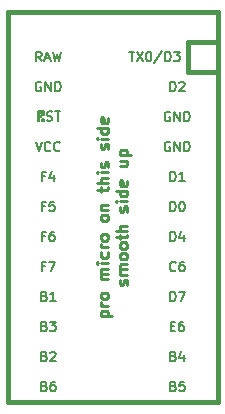
<source format=gto>
G04 #@! TF.GenerationSoftware,KiCad,Pcbnew,(6.0.0-0)*
G04 #@! TF.CreationDate,2022-03-08T07:19:15-08:00*
G04 #@! TF.ProjectId,unisplit_orthosteno,756e6973-706c-4697-945f-6f7274686f73,rev?*
G04 #@! TF.SameCoordinates,Original*
G04 #@! TF.FileFunction,Legend,Top*
G04 #@! TF.FilePolarity,Positive*
%FSLAX46Y46*%
G04 Gerber Fmt 4.6, Leading zero omitted, Abs format (unit mm)*
G04 Created by KiCad (PCBNEW (6.0.0-0)) date 2022-03-08 07:19:15*
%MOMM*%
%LPD*%
G01*
G04 APERTURE LIST*
G04 Aperture macros list*
%AMHorizOval*
0 Thick line with rounded ends*
0 $1 width*
0 $2 $3 position (X,Y) of the first rounded end (center of the circle)*
0 $4 $5 position (X,Y) of the second rounded end (center of the circle)*
0 Add line between two ends*
20,1,$1,$2,$3,$4,$5,0*
0 Add two circle primitives to create the rounded ends*
1,1,$1,$2,$3*
1,1,$1,$4,$5*%
G04 Aperture macros list end*
%ADD10C,0.250000*%
%ADD11C,0.150000*%
%ADD12C,0.381000*%
%ADD13R,1.752600X1.752600*%
%ADD14C,1.752600*%
%ADD15C,0.500000*%
%ADD16C,1.700000*%
%ADD17C,3.987800*%
%ADD18C,1.200000*%
%ADD19C,1.750000*%
%ADD20HorizOval,2.250000X0.019771X0.290016X-0.019771X-0.290016X0*%
%ADD21C,2.000000*%
%ADD22C,2.250000*%
%ADD23HorizOval,2.250000X0.654995X0.730004X-0.654995X-0.730004X0*%
%ADD24C,3.800000*%
G04 APERTURE END LIST*
D10*
X141061964Y-87779761D02*
X142061964Y-87779761D01*
X141109583Y-87779761D02*
X141061964Y-87684523D01*
X141061964Y-87494047D01*
X141109583Y-87398809D01*
X141157202Y-87351190D01*
X141252440Y-87303571D01*
X141538154Y-87303571D01*
X141633392Y-87351190D01*
X141681011Y-87398809D01*
X141728630Y-87494047D01*
X141728630Y-87684523D01*
X141681011Y-87779761D01*
X141728630Y-86875000D02*
X141061964Y-86875000D01*
X141252440Y-86875000D02*
X141157202Y-86827380D01*
X141109583Y-86779761D01*
X141061964Y-86684523D01*
X141061964Y-86589285D01*
X141728630Y-86113095D02*
X141681011Y-86208333D01*
X141633392Y-86255952D01*
X141538154Y-86303571D01*
X141252440Y-86303571D01*
X141157202Y-86255952D01*
X141109583Y-86208333D01*
X141061964Y-86113095D01*
X141061964Y-85970238D01*
X141109583Y-85875000D01*
X141157202Y-85827380D01*
X141252440Y-85779761D01*
X141538154Y-85779761D01*
X141633392Y-85827380D01*
X141681011Y-85875000D01*
X141728630Y-85970238D01*
X141728630Y-86113095D01*
X141728630Y-84589285D02*
X141061964Y-84589285D01*
X141157202Y-84589285D02*
X141109583Y-84541666D01*
X141061964Y-84446428D01*
X141061964Y-84303571D01*
X141109583Y-84208333D01*
X141204821Y-84160714D01*
X141728630Y-84160714D01*
X141204821Y-84160714D02*
X141109583Y-84113095D01*
X141061964Y-84017857D01*
X141061964Y-83875000D01*
X141109583Y-83779761D01*
X141204821Y-83732142D01*
X141728630Y-83732142D01*
X141728630Y-83255952D02*
X141061964Y-83255952D01*
X140728630Y-83255952D02*
X140776250Y-83303571D01*
X140823869Y-83255952D01*
X140776250Y-83208333D01*
X140728630Y-83255952D01*
X140823869Y-83255952D01*
X141681011Y-82351190D02*
X141728630Y-82446428D01*
X141728630Y-82636904D01*
X141681011Y-82732142D01*
X141633392Y-82779761D01*
X141538154Y-82827380D01*
X141252440Y-82827380D01*
X141157202Y-82779761D01*
X141109583Y-82732142D01*
X141061964Y-82636904D01*
X141061964Y-82446428D01*
X141109583Y-82351190D01*
X141728630Y-81922619D02*
X141061964Y-81922619D01*
X141252440Y-81922619D02*
X141157202Y-81875000D01*
X141109583Y-81827380D01*
X141061964Y-81732142D01*
X141061964Y-81636904D01*
X141728630Y-81160714D02*
X141681011Y-81255952D01*
X141633392Y-81303571D01*
X141538154Y-81351190D01*
X141252440Y-81351190D01*
X141157202Y-81303571D01*
X141109583Y-81255952D01*
X141061964Y-81160714D01*
X141061964Y-81017857D01*
X141109583Y-80922619D01*
X141157202Y-80875000D01*
X141252440Y-80827380D01*
X141538154Y-80827380D01*
X141633392Y-80875000D01*
X141681011Y-80922619D01*
X141728630Y-81017857D01*
X141728630Y-81160714D01*
X141728630Y-79494047D02*
X141681011Y-79589285D01*
X141633392Y-79636904D01*
X141538154Y-79684523D01*
X141252440Y-79684523D01*
X141157202Y-79636904D01*
X141109583Y-79589285D01*
X141061964Y-79494047D01*
X141061964Y-79351190D01*
X141109583Y-79255952D01*
X141157202Y-79208333D01*
X141252440Y-79160714D01*
X141538154Y-79160714D01*
X141633392Y-79208333D01*
X141681011Y-79255952D01*
X141728630Y-79351190D01*
X141728630Y-79494047D01*
X141061964Y-78732142D02*
X141728630Y-78732142D01*
X141157202Y-78732142D02*
X141109583Y-78684523D01*
X141061964Y-78589285D01*
X141061964Y-78446428D01*
X141109583Y-78351190D01*
X141204821Y-78303571D01*
X141728630Y-78303571D01*
X141061964Y-77208333D02*
X141061964Y-76827380D01*
X140728630Y-77065476D02*
X141585773Y-77065476D01*
X141681011Y-77017857D01*
X141728630Y-76922619D01*
X141728630Y-76827380D01*
X141728630Y-76494047D02*
X140728630Y-76494047D01*
X141728630Y-76065476D02*
X141204821Y-76065476D01*
X141109583Y-76113095D01*
X141061964Y-76208333D01*
X141061964Y-76351190D01*
X141109583Y-76446428D01*
X141157202Y-76494047D01*
X141728630Y-75589285D02*
X141061964Y-75589285D01*
X140728630Y-75589285D02*
X140776250Y-75636904D01*
X140823869Y-75589285D01*
X140776250Y-75541666D01*
X140728630Y-75589285D01*
X140823869Y-75589285D01*
X141681011Y-75160714D02*
X141728630Y-75065476D01*
X141728630Y-74875000D01*
X141681011Y-74779761D01*
X141585773Y-74732142D01*
X141538154Y-74732142D01*
X141442916Y-74779761D01*
X141395297Y-74875000D01*
X141395297Y-75017857D01*
X141347678Y-75113095D01*
X141252440Y-75160714D01*
X141204821Y-75160714D01*
X141109583Y-75113095D01*
X141061964Y-75017857D01*
X141061964Y-74875000D01*
X141109583Y-74779761D01*
X141681011Y-73589285D02*
X141728630Y-73494047D01*
X141728630Y-73303571D01*
X141681011Y-73208333D01*
X141585773Y-73160714D01*
X141538154Y-73160714D01*
X141442916Y-73208333D01*
X141395297Y-73303571D01*
X141395297Y-73446428D01*
X141347678Y-73541666D01*
X141252440Y-73589285D01*
X141204821Y-73589285D01*
X141109583Y-73541666D01*
X141061964Y-73446428D01*
X141061964Y-73303571D01*
X141109583Y-73208333D01*
X141728630Y-72732142D02*
X141061964Y-72732142D01*
X140728630Y-72732142D02*
X140776250Y-72779761D01*
X140823869Y-72732142D01*
X140776250Y-72684523D01*
X140728630Y-72732142D01*
X140823869Y-72732142D01*
X141728630Y-71827380D02*
X140728630Y-71827380D01*
X141681011Y-71827380D02*
X141728630Y-71922619D01*
X141728630Y-72113095D01*
X141681011Y-72208333D01*
X141633392Y-72255952D01*
X141538154Y-72303571D01*
X141252440Y-72303571D01*
X141157202Y-72255952D01*
X141109583Y-72208333D01*
X141061964Y-72113095D01*
X141061964Y-71922619D01*
X141109583Y-71827380D01*
X141681011Y-70970238D02*
X141728630Y-71065476D01*
X141728630Y-71255952D01*
X141681011Y-71351190D01*
X141585773Y-71398809D01*
X141204821Y-71398809D01*
X141109583Y-71351190D01*
X141061964Y-71255952D01*
X141061964Y-71065476D01*
X141109583Y-70970238D01*
X141204821Y-70922619D01*
X141300059Y-70922619D01*
X141395297Y-71398809D01*
X143291011Y-85089285D02*
X143338630Y-84994047D01*
X143338630Y-84803571D01*
X143291011Y-84708333D01*
X143195773Y-84660714D01*
X143148154Y-84660714D01*
X143052916Y-84708333D01*
X143005297Y-84803571D01*
X143005297Y-84946428D01*
X142957678Y-85041666D01*
X142862440Y-85089285D01*
X142814821Y-85089285D01*
X142719583Y-85041666D01*
X142671964Y-84946428D01*
X142671964Y-84803571D01*
X142719583Y-84708333D01*
X143338630Y-84232142D02*
X142671964Y-84232142D01*
X142767202Y-84232142D02*
X142719583Y-84184523D01*
X142671964Y-84089285D01*
X142671964Y-83946428D01*
X142719583Y-83851190D01*
X142814821Y-83803571D01*
X143338630Y-83803571D01*
X142814821Y-83803571D02*
X142719583Y-83755952D01*
X142671964Y-83660714D01*
X142671964Y-83517857D01*
X142719583Y-83422619D01*
X142814821Y-83375000D01*
X143338630Y-83375000D01*
X143338630Y-82755952D02*
X143291011Y-82851190D01*
X143243392Y-82898809D01*
X143148154Y-82946428D01*
X142862440Y-82946428D01*
X142767202Y-82898809D01*
X142719583Y-82851190D01*
X142671964Y-82755952D01*
X142671964Y-82613095D01*
X142719583Y-82517857D01*
X142767202Y-82470238D01*
X142862440Y-82422619D01*
X143148154Y-82422619D01*
X143243392Y-82470238D01*
X143291011Y-82517857D01*
X143338630Y-82613095D01*
X143338630Y-82755952D01*
X143338630Y-81851190D02*
X143291011Y-81946428D01*
X143243392Y-81994047D01*
X143148154Y-82041666D01*
X142862440Y-82041666D01*
X142767202Y-81994047D01*
X142719583Y-81946428D01*
X142671964Y-81851190D01*
X142671964Y-81708333D01*
X142719583Y-81613095D01*
X142767202Y-81565476D01*
X142862440Y-81517857D01*
X143148154Y-81517857D01*
X143243392Y-81565476D01*
X143291011Y-81613095D01*
X143338630Y-81708333D01*
X143338630Y-81851190D01*
X142671964Y-81232142D02*
X142671964Y-80851190D01*
X142338630Y-81089285D02*
X143195773Y-81089285D01*
X143291011Y-81041666D01*
X143338630Y-80946428D01*
X143338630Y-80851190D01*
X143338630Y-80517857D02*
X142338630Y-80517857D01*
X143338630Y-80089285D02*
X142814821Y-80089285D01*
X142719583Y-80136904D01*
X142671964Y-80232142D01*
X142671964Y-80375000D01*
X142719583Y-80470238D01*
X142767202Y-80517857D01*
X143291011Y-78898809D02*
X143338630Y-78803571D01*
X143338630Y-78613095D01*
X143291011Y-78517857D01*
X143195773Y-78470238D01*
X143148154Y-78470238D01*
X143052916Y-78517857D01*
X143005297Y-78613095D01*
X143005297Y-78755952D01*
X142957678Y-78851190D01*
X142862440Y-78898809D01*
X142814821Y-78898809D01*
X142719583Y-78851190D01*
X142671964Y-78755952D01*
X142671964Y-78613095D01*
X142719583Y-78517857D01*
X143338630Y-78041666D02*
X142671964Y-78041666D01*
X142338630Y-78041666D02*
X142386250Y-78089285D01*
X142433869Y-78041666D01*
X142386250Y-77994047D01*
X142338630Y-78041666D01*
X142433869Y-78041666D01*
X143338630Y-77136904D02*
X142338630Y-77136904D01*
X143291011Y-77136904D02*
X143338630Y-77232142D01*
X143338630Y-77422619D01*
X143291011Y-77517857D01*
X143243392Y-77565476D01*
X143148154Y-77613095D01*
X142862440Y-77613095D01*
X142767202Y-77565476D01*
X142719583Y-77517857D01*
X142671964Y-77422619D01*
X142671964Y-77232142D01*
X142719583Y-77136904D01*
X143291011Y-76279761D02*
X143338630Y-76375000D01*
X143338630Y-76565476D01*
X143291011Y-76660714D01*
X143195773Y-76708333D01*
X142814821Y-76708333D01*
X142719583Y-76660714D01*
X142671964Y-76565476D01*
X142671964Y-76375000D01*
X142719583Y-76279761D01*
X142814821Y-76232142D01*
X142910059Y-76232142D01*
X143005297Y-76708333D01*
X142671964Y-74613095D02*
X143338630Y-74613095D01*
X142671964Y-75041666D02*
X143195773Y-75041666D01*
X143291011Y-74994047D01*
X143338630Y-74898809D01*
X143338630Y-74755952D01*
X143291011Y-74660714D01*
X143243392Y-74613095D01*
X142671964Y-74136904D02*
X143671964Y-74136904D01*
X142719583Y-74136904D02*
X142671964Y-74041666D01*
X142671964Y-73851190D01*
X142719583Y-73755952D01*
X142767202Y-73708333D01*
X142862440Y-73660714D01*
X143148154Y-73660714D01*
X143243392Y-73708333D01*
X143291011Y-73755952D01*
X143338630Y-73851190D01*
X143338630Y-74041666D01*
X143291011Y-74136904D01*
D11*
X136296440Y-88607107D02*
X136410726Y-88645202D01*
X136448821Y-88683297D01*
X136486916Y-88759488D01*
X136486916Y-88873773D01*
X136448821Y-88949964D01*
X136410726Y-88988059D01*
X136334535Y-89026154D01*
X136029773Y-89026154D01*
X136029773Y-88226154D01*
X136296440Y-88226154D01*
X136372630Y-88264250D01*
X136410726Y-88302345D01*
X136448821Y-88378535D01*
X136448821Y-88454726D01*
X136410726Y-88530916D01*
X136372630Y-88569011D01*
X136296440Y-88607107D01*
X136029773Y-88607107D01*
X136753583Y-88226154D02*
X137248821Y-88226154D01*
X136982154Y-88530916D01*
X137096440Y-88530916D01*
X137172630Y-88569011D01*
X137210726Y-88607107D01*
X137248821Y-88683297D01*
X137248821Y-88873773D01*
X137210726Y-88949964D01*
X137172630Y-88988059D01*
X137096440Y-89026154D01*
X136867869Y-89026154D01*
X136791678Y-88988059D01*
X136753583Y-88949964D01*
X136353583Y-78447107D02*
X136086916Y-78447107D01*
X136086916Y-78866154D02*
X136086916Y-78066154D01*
X136467869Y-78066154D01*
X137153583Y-78066154D02*
X136772630Y-78066154D01*
X136734535Y-78447107D01*
X136772630Y-78409011D01*
X136848821Y-78370916D01*
X137039297Y-78370916D01*
X137115488Y-78409011D01*
X137153583Y-78447107D01*
X137191678Y-78523297D01*
X137191678Y-78713773D01*
X137153583Y-78789964D01*
X137115488Y-78828059D01*
X137039297Y-78866154D01*
X136848821Y-78866154D01*
X136772630Y-78828059D01*
X136734535Y-78789964D01*
X136067869Y-66166154D02*
X135801202Y-65785202D01*
X135610726Y-66166154D02*
X135610726Y-65366154D01*
X135915488Y-65366154D01*
X135991678Y-65404250D01*
X136029773Y-65442345D01*
X136067869Y-65518535D01*
X136067869Y-65632821D01*
X136029773Y-65709011D01*
X135991678Y-65747107D01*
X135915488Y-65785202D01*
X135610726Y-65785202D01*
X136372630Y-65937583D02*
X136753583Y-65937583D01*
X136296440Y-66166154D02*
X136563107Y-65366154D01*
X136829773Y-66166154D01*
X137020250Y-65366154D02*
X137210726Y-66166154D01*
X137363107Y-65594726D01*
X137515488Y-66166154D01*
X137705964Y-65366154D01*
X143462645Y-65366154D02*
X143919788Y-65366154D01*
X143691217Y-66166154D02*
X143691217Y-65366154D01*
X144110264Y-65366154D02*
X144643598Y-66166154D01*
X144643598Y-65366154D02*
X144110264Y-66166154D01*
X145100741Y-65366154D02*
X145176931Y-65366154D01*
X145253122Y-65404250D01*
X145291217Y-65442345D01*
X145329312Y-65518535D01*
X145367407Y-65670916D01*
X145367407Y-65861392D01*
X145329312Y-66013773D01*
X145291217Y-66089964D01*
X145253122Y-66128059D01*
X145176931Y-66166154D01*
X145100741Y-66166154D01*
X145024550Y-66128059D01*
X144986455Y-66089964D01*
X144948360Y-66013773D01*
X144910264Y-65861392D01*
X144910264Y-65670916D01*
X144948360Y-65518535D01*
X144986455Y-65442345D01*
X145024550Y-65404250D01*
X145100741Y-65366154D01*
X146281693Y-65328059D02*
X145595979Y-66356630D01*
X146548360Y-66166154D02*
X146548360Y-65366154D01*
X146738836Y-65366154D01*
X146853122Y-65404250D01*
X146929312Y-65480440D01*
X146967407Y-65556630D01*
X147005502Y-65709011D01*
X147005502Y-65823297D01*
X146967407Y-65975678D01*
X146929312Y-66051869D01*
X146853122Y-66128059D01*
X146738836Y-66166154D01*
X146548360Y-66166154D01*
X147272169Y-65366154D02*
X147767407Y-65366154D01*
X147500741Y-65670916D01*
X147615026Y-65670916D01*
X147691217Y-65709011D01*
X147729312Y-65747107D01*
X147767407Y-65823297D01*
X147767407Y-66013773D01*
X147729312Y-66089964D01*
X147691217Y-66128059D01*
X147615026Y-66166154D01*
X147386455Y-66166154D01*
X147310264Y-66128059D01*
X147272169Y-66089964D01*
X136353583Y-75907107D02*
X136086916Y-75907107D01*
X136086916Y-76326154D02*
X136086916Y-75526154D01*
X136467869Y-75526154D01*
X137115488Y-75792821D02*
X137115488Y-76326154D01*
X136925011Y-75488059D02*
X136734535Y-76059488D01*
X137229773Y-76059488D01*
X136353583Y-80987107D02*
X136086916Y-80987107D01*
X136086916Y-81406154D02*
X136086916Y-80606154D01*
X136467869Y-80606154D01*
X137115488Y-80606154D02*
X136963107Y-80606154D01*
X136886916Y-80644250D01*
X136848821Y-80682345D01*
X136772630Y-80796630D01*
X136734535Y-80949011D01*
X136734535Y-81253773D01*
X136772630Y-81329964D01*
X136810726Y-81368059D01*
X136886916Y-81406154D01*
X137039297Y-81406154D01*
X137115488Y-81368059D01*
X137153583Y-81329964D01*
X137191678Y-81253773D01*
X137191678Y-81063297D01*
X137153583Y-80987107D01*
X137115488Y-80949011D01*
X137039297Y-80910916D01*
X136886916Y-80910916D01*
X136810726Y-80949011D01*
X136772630Y-80987107D01*
X136734535Y-81063297D01*
X146951773Y-76326154D02*
X146951773Y-75526154D01*
X147142250Y-75526154D01*
X147256535Y-75564250D01*
X147332726Y-75640440D01*
X147370821Y-75716630D01*
X147408916Y-75869011D01*
X147408916Y-75983297D01*
X147370821Y-76135678D01*
X147332726Y-76211869D01*
X147256535Y-76288059D01*
X147142250Y-76326154D01*
X146951773Y-76326154D01*
X148170821Y-76326154D02*
X147713678Y-76326154D01*
X147942250Y-76326154D02*
X147942250Y-75526154D01*
X147866059Y-75640440D01*
X147789869Y-75716630D01*
X147713678Y-75754726D01*
X146989869Y-88607107D02*
X147256535Y-88607107D01*
X147370821Y-89026154D02*
X146989869Y-89026154D01*
X146989869Y-88226154D01*
X147370821Y-88226154D01*
X148056535Y-88226154D02*
X147904154Y-88226154D01*
X147827964Y-88264250D01*
X147789869Y-88302345D01*
X147713678Y-88416630D01*
X147675583Y-88569011D01*
X147675583Y-88873773D01*
X147713678Y-88949964D01*
X147751773Y-88988059D01*
X147827964Y-89026154D01*
X147980345Y-89026154D01*
X148056535Y-88988059D01*
X148094630Y-88949964D01*
X148132726Y-88873773D01*
X148132726Y-88683297D01*
X148094630Y-88607107D01*
X148056535Y-88569011D01*
X147980345Y-88530916D01*
X147827964Y-88530916D01*
X147751773Y-88569011D01*
X147713678Y-88607107D01*
X147675583Y-88683297D01*
X135553583Y-72986154D02*
X135820250Y-73786154D01*
X136086916Y-72986154D01*
X136810726Y-73709964D02*
X136772630Y-73748059D01*
X136658345Y-73786154D01*
X136582154Y-73786154D01*
X136467869Y-73748059D01*
X136391678Y-73671869D01*
X136353583Y-73595678D01*
X136315488Y-73443297D01*
X136315488Y-73329011D01*
X136353583Y-73176630D01*
X136391678Y-73100440D01*
X136467869Y-73024250D01*
X136582154Y-72986154D01*
X136658345Y-72986154D01*
X136772630Y-73024250D01*
X136810726Y-73062345D01*
X137610726Y-73709964D02*
X137572630Y-73748059D01*
X137458345Y-73786154D01*
X137382154Y-73786154D01*
X137267869Y-73748059D01*
X137191678Y-73671869D01*
X137153583Y-73595678D01*
X137115488Y-73443297D01*
X137115488Y-73329011D01*
X137153583Y-73176630D01*
X137191678Y-73100440D01*
X137267869Y-73024250D01*
X137382154Y-72986154D01*
X137458345Y-72986154D01*
X137572630Y-73024250D01*
X137610726Y-73062345D01*
X147408916Y-83869964D02*
X147370821Y-83908059D01*
X147256535Y-83946154D01*
X147180345Y-83946154D01*
X147066059Y-83908059D01*
X146989869Y-83831869D01*
X146951773Y-83755678D01*
X146913678Y-83603297D01*
X146913678Y-83489011D01*
X146951773Y-83336630D01*
X146989869Y-83260440D01*
X147066059Y-83184250D01*
X147180345Y-83146154D01*
X147256535Y-83146154D01*
X147370821Y-83184250D01*
X147408916Y-83222345D01*
X148094630Y-83146154D02*
X147942250Y-83146154D01*
X147866059Y-83184250D01*
X147827964Y-83222345D01*
X147751773Y-83336630D01*
X147713678Y-83489011D01*
X147713678Y-83793773D01*
X147751773Y-83869964D01*
X147789869Y-83908059D01*
X147866059Y-83946154D01*
X148018440Y-83946154D01*
X148094630Y-83908059D01*
X148132726Y-83869964D01*
X148170821Y-83793773D01*
X148170821Y-83603297D01*
X148132726Y-83527107D01*
X148094630Y-83489011D01*
X148018440Y-83450916D01*
X147866059Y-83450916D01*
X147789869Y-83489011D01*
X147751773Y-83527107D01*
X147713678Y-83603297D01*
X136296440Y-91147107D02*
X136410726Y-91185202D01*
X136448821Y-91223297D01*
X136486916Y-91299488D01*
X136486916Y-91413773D01*
X136448821Y-91489964D01*
X136410726Y-91528059D01*
X136334535Y-91566154D01*
X136029773Y-91566154D01*
X136029773Y-90766154D01*
X136296440Y-90766154D01*
X136372630Y-90804250D01*
X136410726Y-90842345D01*
X136448821Y-90918535D01*
X136448821Y-90994726D01*
X136410726Y-91070916D01*
X136372630Y-91109011D01*
X136296440Y-91147107D01*
X136029773Y-91147107D01*
X136791678Y-90842345D02*
X136829773Y-90804250D01*
X136905964Y-90766154D01*
X137096440Y-90766154D01*
X137172630Y-90804250D01*
X137210726Y-90842345D01*
X137248821Y-90918535D01*
X137248821Y-90994726D01*
X137210726Y-91109011D01*
X136753583Y-91566154D01*
X137248821Y-91566154D01*
X146932726Y-73024250D02*
X146856535Y-72986154D01*
X146742250Y-72986154D01*
X146627964Y-73024250D01*
X146551773Y-73100440D01*
X146513678Y-73176630D01*
X146475583Y-73329011D01*
X146475583Y-73443297D01*
X146513678Y-73595678D01*
X146551773Y-73671869D01*
X146627964Y-73748059D01*
X146742250Y-73786154D01*
X146818440Y-73786154D01*
X146932726Y-73748059D01*
X146970821Y-73709964D01*
X146970821Y-73443297D01*
X146818440Y-73443297D01*
X147313678Y-73786154D02*
X147313678Y-72986154D01*
X147770821Y-73786154D01*
X147770821Y-72986154D01*
X148151773Y-73786154D02*
X148151773Y-72986154D01*
X148342250Y-72986154D01*
X148456535Y-73024250D01*
X148532726Y-73100440D01*
X148570821Y-73176630D01*
X148608916Y-73329011D01*
X148608916Y-73443297D01*
X148570821Y-73595678D01*
X148532726Y-73671869D01*
X148456535Y-73748059D01*
X148342250Y-73786154D01*
X148151773Y-73786154D01*
X146932726Y-70484250D02*
X146856535Y-70446154D01*
X146742250Y-70446154D01*
X146627964Y-70484250D01*
X146551773Y-70560440D01*
X146513678Y-70636630D01*
X146475583Y-70789011D01*
X146475583Y-70903297D01*
X146513678Y-71055678D01*
X146551773Y-71131869D01*
X146627964Y-71208059D01*
X146742250Y-71246154D01*
X146818440Y-71246154D01*
X146932726Y-71208059D01*
X146970821Y-71169964D01*
X146970821Y-70903297D01*
X146818440Y-70903297D01*
X147313678Y-71246154D02*
X147313678Y-70446154D01*
X147770821Y-71246154D01*
X147770821Y-70446154D01*
X148151773Y-71246154D02*
X148151773Y-70446154D01*
X148342250Y-70446154D01*
X148456535Y-70484250D01*
X148532726Y-70560440D01*
X148570821Y-70636630D01*
X148608916Y-70789011D01*
X148608916Y-70903297D01*
X148570821Y-71055678D01*
X148532726Y-71131869D01*
X148456535Y-71208059D01*
X148342250Y-71246154D01*
X148151773Y-71246154D01*
X146951773Y-78866154D02*
X146951773Y-78066154D01*
X147142250Y-78066154D01*
X147256535Y-78104250D01*
X147332726Y-78180440D01*
X147370821Y-78256630D01*
X147408916Y-78409011D01*
X147408916Y-78523297D01*
X147370821Y-78675678D01*
X147332726Y-78751869D01*
X147256535Y-78828059D01*
X147142250Y-78866154D01*
X146951773Y-78866154D01*
X147904154Y-78066154D02*
X147980345Y-78066154D01*
X148056535Y-78104250D01*
X148094630Y-78142345D01*
X148132726Y-78218535D01*
X148170821Y-78370916D01*
X148170821Y-78561392D01*
X148132726Y-78713773D01*
X148094630Y-78789964D01*
X148056535Y-78828059D01*
X147980345Y-78866154D01*
X147904154Y-78866154D01*
X147827964Y-78828059D01*
X147789869Y-78789964D01*
X147751773Y-78713773D01*
X147713678Y-78561392D01*
X147713678Y-78370916D01*
X147751773Y-78218535D01*
X147789869Y-78142345D01*
X147827964Y-78104250D01*
X147904154Y-78066154D01*
X146951773Y-86486154D02*
X146951773Y-85686154D01*
X147142250Y-85686154D01*
X147256535Y-85724250D01*
X147332726Y-85800440D01*
X147370821Y-85876630D01*
X147408916Y-86029011D01*
X147408916Y-86143297D01*
X147370821Y-86295678D01*
X147332726Y-86371869D01*
X147256535Y-86448059D01*
X147142250Y-86486154D01*
X146951773Y-86486154D01*
X147675583Y-85686154D02*
X148208916Y-85686154D01*
X147866059Y-86486154D01*
X136353583Y-83527107D02*
X136086916Y-83527107D01*
X136086916Y-83946154D02*
X136086916Y-83146154D01*
X136467869Y-83146154D01*
X136696440Y-83146154D02*
X137229773Y-83146154D01*
X136886916Y-83946154D01*
X136010726Y-67944250D02*
X135934535Y-67906154D01*
X135820250Y-67906154D01*
X135705964Y-67944250D01*
X135629773Y-68020440D01*
X135591678Y-68096630D01*
X135553583Y-68249011D01*
X135553583Y-68363297D01*
X135591678Y-68515678D01*
X135629773Y-68591869D01*
X135705964Y-68668059D01*
X135820250Y-68706154D01*
X135896440Y-68706154D01*
X136010726Y-68668059D01*
X136048821Y-68629964D01*
X136048821Y-68363297D01*
X135896440Y-68363297D01*
X136391678Y-68706154D02*
X136391678Y-67906154D01*
X136848821Y-68706154D01*
X136848821Y-67906154D01*
X137229773Y-68706154D02*
X137229773Y-67906154D01*
X137420250Y-67906154D01*
X137534535Y-67944250D01*
X137610726Y-68020440D01*
X137648821Y-68096630D01*
X137686916Y-68249011D01*
X137686916Y-68363297D01*
X137648821Y-68515678D01*
X137610726Y-68591869D01*
X137534535Y-68668059D01*
X137420250Y-68706154D01*
X137229773Y-68706154D01*
X147218440Y-93687107D02*
X147332726Y-93725202D01*
X147370821Y-93763297D01*
X147408916Y-93839488D01*
X147408916Y-93953773D01*
X147370821Y-94029964D01*
X147332726Y-94068059D01*
X147256535Y-94106154D01*
X146951773Y-94106154D01*
X146951773Y-93306154D01*
X147218440Y-93306154D01*
X147294630Y-93344250D01*
X147332726Y-93382345D01*
X147370821Y-93458535D01*
X147370821Y-93534726D01*
X147332726Y-93610916D01*
X147294630Y-93649011D01*
X147218440Y-93687107D01*
X146951773Y-93687107D01*
X148132726Y-93306154D02*
X147751773Y-93306154D01*
X147713678Y-93687107D01*
X147751773Y-93649011D01*
X147827964Y-93610916D01*
X148018440Y-93610916D01*
X148094630Y-93649011D01*
X148132726Y-93687107D01*
X148170821Y-93763297D01*
X148170821Y-93953773D01*
X148132726Y-94029964D01*
X148094630Y-94068059D01*
X148018440Y-94106154D01*
X147827964Y-94106154D01*
X147751773Y-94068059D01*
X147713678Y-94029964D01*
X136296440Y-93687107D02*
X136410726Y-93725202D01*
X136448821Y-93763297D01*
X136486916Y-93839488D01*
X136486916Y-93953773D01*
X136448821Y-94029964D01*
X136410726Y-94068059D01*
X136334535Y-94106154D01*
X136029773Y-94106154D01*
X136029773Y-93306154D01*
X136296440Y-93306154D01*
X136372630Y-93344250D01*
X136410726Y-93382345D01*
X136448821Y-93458535D01*
X136448821Y-93534726D01*
X136410726Y-93610916D01*
X136372630Y-93649011D01*
X136296440Y-93687107D01*
X136029773Y-93687107D01*
X137172630Y-93306154D02*
X137020250Y-93306154D01*
X136944059Y-93344250D01*
X136905964Y-93382345D01*
X136829773Y-93496630D01*
X136791678Y-93649011D01*
X136791678Y-93953773D01*
X136829773Y-94029964D01*
X136867869Y-94068059D01*
X136944059Y-94106154D01*
X137096440Y-94106154D01*
X137172630Y-94068059D01*
X137210726Y-94029964D01*
X137248821Y-93953773D01*
X137248821Y-93763297D01*
X137210726Y-93687107D01*
X137172630Y-93649011D01*
X137096440Y-93610916D01*
X136944059Y-93610916D01*
X136867869Y-93649011D01*
X136829773Y-93687107D01*
X136791678Y-93763297D01*
X146951773Y-81406154D02*
X146951773Y-80606154D01*
X147142250Y-80606154D01*
X147256535Y-80644250D01*
X147332726Y-80720440D01*
X147370821Y-80796630D01*
X147408916Y-80949011D01*
X147408916Y-81063297D01*
X147370821Y-81215678D01*
X147332726Y-81291869D01*
X147256535Y-81368059D01*
X147142250Y-81406154D01*
X146951773Y-81406154D01*
X148094630Y-80872821D02*
X148094630Y-81406154D01*
X147904154Y-80568059D02*
X147713678Y-81139488D01*
X148208916Y-81139488D01*
X147218440Y-91147107D02*
X147332726Y-91185202D01*
X147370821Y-91223297D01*
X147408916Y-91299488D01*
X147408916Y-91413773D01*
X147370821Y-91489964D01*
X147332726Y-91528059D01*
X147256535Y-91566154D01*
X146951773Y-91566154D01*
X146951773Y-90766154D01*
X147218440Y-90766154D01*
X147294630Y-90804250D01*
X147332726Y-90842345D01*
X147370821Y-90918535D01*
X147370821Y-90994726D01*
X147332726Y-91070916D01*
X147294630Y-91109011D01*
X147218440Y-91147107D01*
X146951773Y-91147107D01*
X148094630Y-91032821D02*
X148094630Y-91566154D01*
X147904154Y-90728059D02*
X147713678Y-91299488D01*
X148208916Y-91299488D01*
X136507916Y-71188059D02*
X136622202Y-71226154D01*
X136812678Y-71226154D01*
X136888869Y-71188059D01*
X136926964Y-71149964D01*
X136965059Y-71073773D01*
X136965059Y-70997583D01*
X136926964Y-70921392D01*
X136888869Y-70883297D01*
X136812678Y-70845202D01*
X136660297Y-70807107D01*
X136584107Y-70769011D01*
X136546011Y-70730916D01*
X136507916Y-70654726D01*
X136507916Y-70578535D01*
X136546011Y-70502345D01*
X136584107Y-70464250D01*
X136660297Y-70426154D01*
X136850773Y-70426154D01*
X136965059Y-70464250D01*
X137193630Y-70426154D02*
X137650773Y-70426154D01*
X137422202Y-71226154D02*
X137422202Y-70426154D01*
X136296440Y-86067107D02*
X136410726Y-86105202D01*
X136448821Y-86143297D01*
X136486916Y-86219488D01*
X136486916Y-86333773D01*
X136448821Y-86409964D01*
X136410726Y-86448059D01*
X136334535Y-86486154D01*
X136029773Y-86486154D01*
X136029773Y-85686154D01*
X136296440Y-85686154D01*
X136372630Y-85724250D01*
X136410726Y-85762345D01*
X136448821Y-85838535D01*
X136448821Y-85914726D01*
X136410726Y-85990916D01*
X136372630Y-86029011D01*
X136296440Y-86067107D01*
X136029773Y-86067107D01*
X137248821Y-86486154D02*
X136791678Y-86486154D01*
X137020250Y-86486154D02*
X137020250Y-85686154D01*
X136944059Y-85800440D01*
X136867869Y-85876630D01*
X136791678Y-85914726D01*
X146951773Y-68706154D02*
X146951773Y-67906154D01*
X147142250Y-67906154D01*
X147256535Y-67944250D01*
X147332726Y-68020440D01*
X147370821Y-68096630D01*
X147408916Y-68249011D01*
X147408916Y-68363297D01*
X147370821Y-68515678D01*
X147332726Y-68591869D01*
X147256535Y-68668059D01*
X147142250Y-68706154D01*
X146951773Y-68706154D01*
X147713678Y-67982345D02*
X147751773Y-67944250D01*
X147827964Y-67906154D01*
X148018440Y-67906154D01*
X148094630Y-67944250D01*
X148132726Y-67982345D01*
X148170821Y-68058535D01*
X148170821Y-68134726D01*
X148132726Y-68249011D01*
X147675583Y-68706154D01*
X148170821Y-68706154D01*
D12*
X148431250Y-64534250D02*
X150971250Y-64534250D01*
X150971250Y-61994250D02*
X150971250Y-95014250D01*
X148431250Y-67074250D02*
X150971250Y-67074250D01*
X133191250Y-95014250D02*
X133191250Y-61994250D01*
X150971250Y-95014250D02*
X133191250Y-95014250D01*
X133191250Y-61994250D02*
X150971250Y-61994250D01*
X148431250Y-64534250D02*
X148431250Y-67074250D01*
D11*
X136236615Y-70423280D02*
X136236615Y-70523280D01*
X136236615Y-70523280D02*
X135736615Y-70523280D01*
X135736615Y-70523280D02*
X135736615Y-70423280D01*
X135736615Y-70423280D02*
X136236615Y-70423280D01*
G36*
X136236615Y-70523280D02*
G01*
X135736615Y-70523280D01*
X135736615Y-70423280D01*
X136236615Y-70423280D01*
X136236615Y-70523280D01*
G37*
X136236615Y-70523280D02*
X135736615Y-70523280D01*
X135736615Y-70423280D01*
X136236615Y-70423280D01*
X136236615Y-70523280D01*
X135836615Y-70423280D02*
X135836615Y-71223280D01*
X135836615Y-71223280D02*
X135736615Y-71223280D01*
X135736615Y-71223280D02*
X135736615Y-70423280D01*
X135736615Y-70423280D02*
X135836615Y-70423280D01*
G36*
X135836615Y-71223280D02*
G01*
X135736615Y-71223280D01*
X135736615Y-70423280D01*
X135836615Y-70423280D01*
X135836615Y-71223280D01*
G37*
X135836615Y-71223280D02*
X135736615Y-71223280D01*
X135736615Y-70423280D01*
X135836615Y-70423280D01*
X135836615Y-71223280D01*
X136236615Y-70423280D02*
X136236615Y-70723280D01*
X136236615Y-70723280D02*
X136136615Y-70723280D01*
X136136615Y-70723280D02*
X136136615Y-70423280D01*
X136136615Y-70423280D02*
X136236615Y-70423280D01*
G36*
X136236615Y-70723280D02*
G01*
X136136615Y-70723280D01*
X136136615Y-70423280D01*
X136236615Y-70423280D01*
X136236615Y-70723280D01*
G37*
X136236615Y-70723280D02*
X136136615Y-70723280D01*
X136136615Y-70423280D01*
X136236615Y-70423280D01*
X136236615Y-70723280D01*
X136036615Y-70823280D02*
X136036615Y-70923280D01*
X136036615Y-70923280D02*
X135936615Y-70923280D01*
X135936615Y-70923280D02*
X135936615Y-70823280D01*
X135936615Y-70823280D02*
X136036615Y-70823280D01*
G36*
X136036615Y-70923280D02*
G01*
X135936615Y-70923280D01*
X135936615Y-70823280D01*
X136036615Y-70823280D01*
X136036615Y-70923280D01*
G37*
X136036615Y-70923280D02*
X135936615Y-70923280D01*
X135936615Y-70823280D01*
X136036615Y-70823280D01*
X136036615Y-70923280D01*
X136236615Y-71023280D02*
X136236615Y-71223280D01*
X136236615Y-71223280D02*
X136136615Y-71223280D01*
X136136615Y-71223280D02*
X136136615Y-71023280D01*
X136136615Y-71023280D02*
X136236615Y-71023280D01*
G36*
X136236615Y-71223280D02*
G01*
X136136615Y-71223280D01*
X136136615Y-71023280D01*
X136236615Y-71023280D01*
X136236615Y-71223280D01*
G37*
X136236615Y-71223280D02*
X136136615Y-71223280D01*
X136136615Y-71023280D01*
X136236615Y-71023280D01*
X136236615Y-71223280D01*
D13*
X149701250Y-65804250D03*
D14*
X149701250Y-68344250D03*
X149701250Y-70884250D03*
X149701250Y-73424250D03*
X149701250Y-75964250D03*
X149701250Y-78504250D03*
X149701250Y-81044250D03*
X149701250Y-83584250D03*
X149701250Y-86124250D03*
X149701250Y-88664250D03*
X149701250Y-91204250D03*
X149701250Y-93744250D03*
X134461250Y-93744250D03*
X134461250Y-91204250D03*
X134461250Y-88664250D03*
X134461250Y-86124250D03*
X134461250Y-83584250D03*
X134461250Y-81044250D03*
X134461250Y-78504250D03*
X134461250Y-75964250D03*
X134461250Y-73424250D03*
X134461250Y-70884250D03*
X134461250Y-68344250D03*
X134461250Y-65804250D03*
%LPC*%
D15*
X127890726Y-114499404D02*
X130747869Y-114499404D01*
X129319297Y-119499404D02*
X129319297Y-114499404D01*
X132414535Y-119499404D02*
X132414535Y-114499404D01*
X134557392Y-119499404D02*
X134557392Y-116880357D01*
X134319297Y-116404166D01*
X133843107Y-116166071D01*
X133128821Y-116166071D01*
X132652630Y-116404166D01*
X132414535Y-116642261D01*
X138843107Y-119261309D02*
X138366916Y-119499404D01*
X137414535Y-119499404D01*
X136938345Y-119261309D01*
X136700250Y-118785119D01*
X136700250Y-116880357D01*
X136938345Y-116404166D01*
X137414535Y-116166071D01*
X138366916Y-116166071D01*
X138843107Y-116404166D01*
X139081202Y-116880357D01*
X139081202Y-117356547D01*
X136700250Y-117832738D01*
X145033583Y-114499404D02*
X145033583Y-118547023D01*
X145271678Y-119023214D01*
X145509773Y-119261309D01*
X145985964Y-119499404D01*
X146938345Y-119499404D01*
X147414535Y-119261309D01*
X147652630Y-119023214D01*
X147890726Y-118547023D01*
X147890726Y-114499404D01*
X150271678Y-116166071D02*
X150271678Y-119499404D01*
X150271678Y-116642261D02*
X150509773Y-116404166D01*
X150985964Y-116166071D01*
X151700250Y-116166071D01*
X152176440Y-116404166D01*
X152414535Y-116880357D01*
X152414535Y-119499404D01*
X154795488Y-119499404D02*
X154795488Y-116166071D01*
X154795488Y-114499404D02*
X154557392Y-114737500D01*
X154795488Y-114975595D01*
X155033583Y-114737500D01*
X154795488Y-114499404D01*
X154795488Y-114975595D01*
G36*
X146050844Y-124376746D02*
G01*
X146054387Y-124368450D01*
X146057211Y-124368450D01*
X146059430Y-124370669D01*
X146061649Y-124368450D01*
X146059430Y-124366231D01*
X146057211Y-124368450D01*
X146054387Y-124368450D01*
X146056645Y-124363163D01*
X146058436Y-124359575D01*
X146061649Y-124359575D01*
X146063867Y-124361794D01*
X146066086Y-124359575D01*
X146063867Y-124357356D01*
X146061649Y-124359575D01*
X146058436Y-124359575D01*
X146062867Y-124350700D01*
X146066086Y-124350700D01*
X146068305Y-124352919D01*
X146070523Y-124350700D01*
X146068305Y-124348481D01*
X146066086Y-124350700D01*
X146062867Y-124350700D01*
X146063299Y-124349835D01*
X146068125Y-124341825D01*
X146070523Y-124341825D01*
X146072742Y-124344044D01*
X146074961Y-124341825D01*
X146072742Y-124339607D01*
X146070523Y-124341825D01*
X146068125Y-124341825D01*
X146069590Y-124339393D01*
X146074279Y-124334479D01*
X146077827Y-124330099D01*
X146084236Y-124319462D01*
X146092504Y-124304304D01*
X146099267Y-124291127D01*
X146109289Y-124271539D01*
X146119144Y-124253012D01*
X146127393Y-124238218D01*
X146130919Y-124232331D01*
X146141634Y-124215358D01*
X146091657Y-124215479D01*
X146083516Y-124215548D01*
X146066828Y-124215733D01*
X146041920Y-124216032D01*
X146009117Y-124216438D01*
X145968747Y-124216948D01*
X145921136Y-124217557D01*
X145866611Y-124218262D01*
X145805499Y-124219057D01*
X145738127Y-124219939D01*
X145664821Y-124220903D01*
X145585907Y-124221945D01*
X145501713Y-124223061D01*
X145412566Y-124224245D01*
X145318791Y-124225495D01*
X145220716Y-124226805D01*
X145118667Y-124228171D01*
X145012972Y-124229590D01*
X144903956Y-124231056D01*
X144791946Y-124232565D01*
X144677270Y-124234113D01*
X144560253Y-124235696D01*
X144448113Y-124237216D01*
X142854546Y-124258832D01*
X138859137Y-127111248D01*
X138689224Y-127232550D01*
X138521014Y-127352629D01*
X138354652Y-127471383D01*
X138190286Y-127588705D01*
X138028062Y-127704492D01*
X137868128Y-127818638D01*
X137710629Y-127931040D01*
X137555713Y-128041592D01*
X137403526Y-128150190D01*
X137254215Y-128256730D01*
X137107927Y-128361106D01*
X136964809Y-128463214D01*
X136825007Y-128562949D01*
X136688668Y-128660208D01*
X136555939Y-128754884D01*
X136426966Y-128846873D01*
X136301897Y-128936072D01*
X136180878Y-129022375D01*
X136064056Y-129105677D01*
X135951577Y-129185874D01*
X135843589Y-129262861D01*
X135740238Y-129336534D01*
X135641670Y-129406788D01*
X135548033Y-129473519D01*
X135459474Y-129536621D01*
X135376139Y-129595990D01*
X135298174Y-129651522D01*
X135225727Y-129703111D01*
X135158945Y-129750654D01*
X135097973Y-129794045D01*
X135042960Y-129833181D01*
X134994051Y-129867955D01*
X134951393Y-129898264D01*
X134915133Y-129924003D01*
X134885419Y-129945068D01*
X134862396Y-129961353D01*
X134846211Y-129972755D01*
X134837011Y-129979167D01*
X134834884Y-129980590D01*
X134802359Y-129997428D01*
X134764158Y-130013501D01*
X134723466Y-130027535D01*
X134701897Y-130033733D01*
X134677592Y-130038522D01*
X134647098Y-130042025D01*
X134613018Y-130044164D01*
X134577954Y-130044865D01*
X134544508Y-130044050D01*
X134515285Y-130041645D01*
X134501728Y-130039573D01*
X134435089Y-130022687D01*
X134372817Y-129998303D01*
X134315335Y-129966783D01*
X134263067Y-129928487D01*
X134216436Y-129883777D01*
X134175866Y-129833013D01*
X134141781Y-129776557D01*
X134114604Y-129714770D01*
X134111914Y-129707265D01*
X134095023Y-129645847D01*
X134086395Y-129582665D01*
X134085879Y-129518772D01*
X134093322Y-129455221D01*
X134108573Y-129393066D01*
X134131478Y-129333360D01*
X134161886Y-129277155D01*
X134177400Y-129254089D01*
X134186613Y-129241524D01*
X134195839Y-129229721D01*
X134205885Y-129217856D01*
X134217559Y-129205104D01*
X134231668Y-129190638D01*
X134249020Y-129173635D01*
X134270424Y-129153269D01*
X134296686Y-129128715D01*
X134328614Y-129099148D01*
X134333452Y-129094682D01*
X134392227Y-129039629D01*
X134455201Y-128979162D01*
X134521282Y-128914404D01*
X134589378Y-128846480D01*
X134658396Y-128776515D01*
X134727244Y-128705634D01*
X134794830Y-128634960D01*
X134860061Y-128565617D01*
X134921846Y-128498732D01*
X134979091Y-128435427D01*
X135029955Y-128377692D01*
X135161199Y-128222172D01*
X135284739Y-128067168D01*
X135400504Y-127912811D01*
X135508424Y-127759231D01*
X135608428Y-127606558D01*
X135700446Y-127454924D01*
X135784408Y-127304458D01*
X135860242Y-127155293D01*
X135927879Y-127007557D01*
X135987247Y-126861383D01*
X136038277Y-126716900D01*
X136080898Y-126574239D01*
X136115039Y-126433531D01*
X136134962Y-126329806D01*
X136142326Y-126285587D01*
X136148333Y-126246965D01*
X136153116Y-126212226D01*
X136156814Y-126179654D01*
X136159560Y-126147536D01*
X136161492Y-126114158D01*
X136162745Y-126077806D01*
X136163454Y-126036765D01*
X136163756Y-125989321D01*
X136163795Y-125965934D01*
X136163733Y-125917756D01*
X136163411Y-125876956D01*
X136162729Y-125842038D01*
X136161587Y-125811506D01*
X136159887Y-125783865D01*
X136157529Y-125757618D01*
X136154412Y-125731270D01*
X136150438Y-125703325D01*
X136145507Y-125672287D01*
X136143425Y-125659750D01*
X136130072Y-125589571D01*
X136113999Y-125523653D01*
X136094850Y-125459762D01*
X136071916Y-125394344D01*
X136047716Y-125335874D01*
X136021292Y-125282433D01*
X135991686Y-125232099D01*
X135957941Y-125182952D01*
X135954234Y-125177938D01*
X135915517Y-125119207D01*
X135885499Y-125058837D01*
X135864198Y-124996910D01*
X135851631Y-124933510D01*
X135847814Y-124868720D01*
X135852766Y-124802623D01*
X135864769Y-124741943D01*
X135884507Y-124681740D01*
X135911699Y-124625309D01*
X135945637Y-124573143D01*
X135985617Y-124525739D01*
X136030931Y-124483591D01*
X136080874Y-124447195D01*
X136134740Y-124417044D01*
X136191822Y-124393634D01*
X136251416Y-124377460D01*
X136312814Y-124369017D01*
X136375311Y-124368800D01*
X136394688Y-124370468D01*
X136458475Y-124380576D01*
X136517474Y-124396883D01*
X136572389Y-124419815D01*
X136623929Y-124449800D01*
X136672797Y-124487263D01*
X136719701Y-124532631D01*
X136765345Y-124586330D01*
X136776874Y-124601416D01*
X136845282Y-124699883D01*
X136907906Y-124804728D01*
X136964534Y-124915426D01*
X137014959Y-125031451D01*
X137058971Y-125152278D01*
X137096362Y-125277381D01*
X137126921Y-125406235D01*
X137150442Y-125538314D01*
X137151012Y-125542157D01*
X137156824Y-125582504D01*
X137161649Y-125618669D01*
X137165576Y-125652091D01*
X137168694Y-125684207D01*
X137171094Y-125716453D01*
X137172863Y-125750266D01*
X137174092Y-125787085D01*
X137174870Y-125828344D01*
X137175287Y-125875483D01*
X137175431Y-125929938D01*
X137175433Y-125934872D01*
X137175339Y-125991262D01*
X137174947Y-126040330D01*
X137174157Y-126083628D01*
X137172873Y-126122707D01*
X137170995Y-126159120D01*
X137168427Y-126194416D01*
X137165071Y-126230148D01*
X137160827Y-126267866D01*
X137155599Y-126309122D01*
X137149288Y-126355468D01*
X137148534Y-126360868D01*
X137125534Y-126502354D01*
X137095790Y-126647257D01*
X137059775Y-126793827D01*
X137017959Y-126940314D01*
X136970815Y-127084967D01*
X136918815Y-127226037D01*
X136907592Y-127254371D01*
X136898064Y-127278132D01*
X136919261Y-127262656D01*
X136924061Y-127259210D01*
X136935885Y-127250749D01*
X136954537Y-127237416D01*
X136979816Y-127219351D01*
X137011525Y-127196698D01*
X137049464Y-127169597D01*
X137093436Y-127138190D01*
X137143242Y-127102619D01*
X137198683Y-127063026D01*
X137259561Y-127019552D01*
X137325678Y-126972339D01*
X137396835Y-126921529D01*
X137472833Y-126867264D01*
X137553474Y-126809685D01*
X137638559Y-126748934D01*
X137727890Y-126685153D01*
X137821269Y-126618484D01*
X137918496Y-126549067D01*
X138019374Y-126477046D01*
X138123704Y-126402562D01*
X138231287Y-126325755D01*
X138341925Y-126246769D01*
X138455420Y-126165745D01*
X138571572Y-126082825D01*
X138690184Y-125998150D01*
X138811057Y-125911862D01*
X138933992Y-125824103D01*
X139058791Y-125735014D01*
X139139217Y-125677602D01*
X139264945Y-125587848D01*
X139388876Y-125499370D01*
X139510811Y-125412309D01*
X139630557Y-125326805D01*
X139747916Y-125242999D01*
X139862692Y-125161030D01*
X139974689Y-125081039D01*
X140083711Y-125003166D01*
X140189562Y-124927551D01*
X140292046Y-124854334D01*
X140390966Y-124783655D01*
X140486127Y-124715655D01*
X140577332Y-124650475D01*
X140664386Y-124588253D01*
X140747092Y-124529130D01*
X140825253Y-124473247D01*
X140898675Y-124420744D01*
X140967160Y-124371760D01*
X141030514Y-124326437D01*
X141088538Y-124284913D01*
X141141038Y-124247331D01*
X141187817Y-124213828D01*
X141228680Y-124184547D01*
X141263429Y-124159627D01*
X141291870Y-124139208D01*
X141313805Y-124123430D01*
X141329039Y-124112434D01*
X141337375Y-124106359D01*
X141339004Y-124105114D01*
X141335867Y-124101787D01*
X141326552Y-124094715D01*
X141312405Y-124084860D01*
X141294771Y-124073182D01*
X141290192Y-124070229D01*
X141210964Y-124014889D01*
X141134165Y-123952386D01*
X141061173Y-123884070D01*
X140993366Y-123811288D01*
X140932123Y-123735387D01*
X140896833Y-123685535D01*
X140846298Y-123605240D01*
X140802700Y-123525399D01*
X140764652Y-123443393D01*
X140750900Y-123409959D01*
X140713594Y-123304205D01*
X140684429Y-123195523D01*
X140663376Y-123084464D01*
X140650410Y-122971575D01*
X140645503Y-122857404D01*
X140646574Y-122818037D01*
X141652185Y-122818037D01*
X141652268Y-122880805D01*
X141657305Y-122937423D01*
X141667571Y-122989282D01*
X141683340Y-123037774D01*
X141704692Y-123083922D01*
X141735590Y-123132687D01*
X141773400Y-123175990D01*
X141817973Y-123213750D01*
X141869160Y-123245881D01*
X141926814Y-123272301D01*
X141990785Y-123292925D01*
X142060925Y-123307670D01*
X142114094Y-123314495D01*
X142140552Y-123316202D01*
X142173580Y-123316987D01*
X142210927Y-123316908D01*
X142250343Y-123316023D01*
X142289577Y-123314389D01*
X142326379Y-123312064D01*
X142358497Y-123309105D01*
X142367466Y-123308027D01*
X142422935Y-123300223D01*
X142470764Y-123292019D01*
X142512189Y-123283132D01*
X142548444Y-123273282D01*
X142580766Y-123262188D01*
X142595995Y-123256019D01*
X142676759Y-123218397D01*
X142749622Y-123177878D01*
X142814490Y-123134548D01*
X142871273Y-123088495D01*
X142919879Y-123039803D01*
X142960214Y-122988560D01*
X142992188Y-122934851D01*
X143015709Y-122878764D01*
X143022839Y-122855277D01*
X143032910Y-122801767D01*
X143035241Y-122745312D01*
X143030133Y-122686731D01*
X143017883Y-122626841D01*
X142998792Y-122566462D01*
X142973157Y-122506411D01*
X142941278Y-122447508D01*
X142903453Y-122390569D01*
X142859982Y-122336413D01*
X142816795Y-122291228D01*
X142757968Y-122240124D01*
X142695852Y-122196813D01*
X142630880Y-122161479D01*
X142563484Y-122134305D01*
X142494096Y-122115474D01*
X142423147Y-122105171D01*
X142374122Y-122103129D01*
X142322333Y-122105110D01*
X142272959Y-122111371D01*
X142224144Y-122122384D01*
X142174032Y-122138623D01*
X142120768Y-122160561D01*
X142087328Y-122176263D01*
X142013220Y-122217114D01*
X141944971Y-122264401D01*
X141882867Y-122317844D01*
X141827193Y-122377163D01*
X141778233Y-122442078D01*
X141736273Y-122512308D01*
X141726575Y-122531343D01*
X141702633Y-122583015D01*
X141684102Y-122630496D01*
X141670374Y-122676120D01*
X141660844Y-122722220D01*
X141654908Y-122771130D01*
X141652185Y-122818037D01*
X140646574Y-122818037D01*
X140648628Y-122742499D01*
X140659759Y-122627408D01*
X140678869Y-122512681D01*
X140705932Y-122398864D01*
X140740919Y-122286506D01*
X140783806Y-122176155D01*
X140814494Y-122108688D01*
X140836145Y-122064558D01*
X140856061Y-122026065D01*
X140875736Y-121990577D01*
X140896664Y-121955466D01*
X140920342Y-121918102D01*
X140938731Y-121890131D01*
X140983167Y-121826191D01*
X141028988Y-121766352D01*
X141078095Y-121708310D01*
X141132384Y-121649762D01*
X141160287Y-121621358D01*
X141251734Y-121535586D01*
X141347211Y-121457508D01*
X141447264Y-121386755D01*
X141552436Y-121322960D01*
X141663274Y-121265756D01*
X141733823Y-121233972D01*
X141850052Y-121188638D01*
X141965848Y-121152160D01*
X142081256Y-121124534D01*
X142196324Y-121105754D01*
X142311098Y-121095816D01*
X142425624Y-121094714D01*
X142539948Y-121102443D01*
X142654117Y-121118997D01*
X142694497Y-121126970D01*
X142808792Y-121155558D01*
X142920372Y-121192496D01*
X143029330Y-121237829D01*
X143135760Y-121291602D01*
X143239753Y-121353861D01*
X143341405Y-121424649D01*
X143390300Y-121462393D01*
X143420705Y-121487825D01*
X143455100Y-121518615D01*
X143491978Y-121553257D01*
X143529832Y-121590245D01*
X143567156Y-121628073D01*
X143602442Y-121665235D01*
X143634184Y-121700223D01*
X143660875Y-121731531D01*
X143666423Y-121738408D01*
X143742041Y-121839956D01*
X143809194Y-121944006D01*
X143867861Y-122050507D01*
X143918022Y-122159409D01*
X143959657Y-122270664D01*
X143992743Y-122384221D01*
X144017262Y-122500031D01*
X144033192Y-122618044D01*
X144034138Y-122628045D01*
X144036326Y-122661436D01*
X144037509Y-122700965D01*
X144037741Y-122744560D01*
X144037075Y-122790146D01*
X144035565Y-122835649D01*
X144033266Y-122878996D01*
X144030231Y-122918112D01*
X144026514Y-122950924D01*
X144025572Y-122957339D01*
X144006913Y-123057348D01*
X143982864Y-123151006D01*
X143973822Y-123180321D01*
X143954904Y-123239117D01*
X143984333Y-123239005D01*
X143990924Y-123238938D01*
X144006068Y-123238754D01*
X144029444Y-123238459D01*
X144060733Y-123238057D01*
X144099612Y-123237552D01*
X144145761Y-123236948D01*
X144198859Y-123236250D01*
X144258586Y-123235461D01*
X144324620Y-123234587D01*
X144396641Y-123233631D01*
X144474329Y-123232598D01*
X144557361Y-123231492D01*
X144645418Y-123230316D01*
X144738179Y-123229077D01*
X144835322Y-123227777D01*
X144936528Y-123226421D01*
X145041475Y-123225014D01*
X145149842Y-123223559D01*
X145261308Y-123222061D01*
X145375554Y-123220524D01*
X145492257Y-123218952D01*
X145611098Y-123217350D01*
X145611247Y-123217348D01*
X145755485Y-123215414D01*
X145894136Y-123213580D01*
X146027031Y-123211846D01*
X146153996Y-123210215D01*
X146274861Y-123208688D01*
X146389454Y-123207268D01*
X146497604Y-123205955D01*
X146599138Y-123204753D01*
X146693887Y-123203663D01*
X146781677Y-123202687D01*
X146862338Y-123201826D01*
X146935698Y-123201082D01*
X147001586Y-123200459D01*
X147059830Y-123199956D01*
X147110258Y-123199576D01*
X147152700Y-123199322D01*
X147186983Y-123199194D01*
X147212937Y-123199195D01*
X147230389Y-123199326D01*
X147239168Y-123199590D01*
X147239793Y-123199649D01*
X147307214Y-123212211D01*
X147370741Y-123232605D01*
X147430015Y-123260617D01*
X147484671Y-123296035D01*
X147534350Y-123338645D01*
X147578688Y-123388233D01*
X147593435Y-123407981D01*
X147627655Y-123463579D01*
X147654061Y-123522677D01*
X147672564Y-123584405D01*
X147683074Y-123647891D01*
X147685500Y-123712266D01*
X147679754Y-123776657D01*
X147665746Y-123840196D01*
X147644155Y-123900246D01*
X147632060Y-123925999D01*
X147618311Y-123950700D01*
X147602053Y-123975481D01*
X147582432Y-124001473D01*
X147558595Y-124029809D01*
X147529686Y-124061619D01*
X147495038Y-124097845D01*
X147447398Y-124147334D01*
X147404662Y-124193027D01*
X147365023Y-124236934D01*
X147326673Y-124281065D01*
X147287805Y-124327429D01*
X147279613Y-124337388D01*
X147213599Y-124420568D01*
X147151502Y-124504235D01*
X147093548Y-124587913D01*
X147039958Y-124671127D01*
X146990955Y-124753403D01*
X146946762Y-124834267D01*
X146907604Y-124913243D01*
X146873701Y-124989856D01*
X146845278Y-125063632D01*
X146822558Y-125134096D01*
X146805763Y-125200773D01*
X146795117Y-125263188D01*
X146790842Y-125320868D01*
X146793132Y-125373073D01*
X146801126Y-125421979D01*
X146813765Y-125465036D01*
X146831969Y-125504449D01*
X146856656Y-125542425D01*
X146871586Y-125561404D01*
X146896724Y-125591744D01*
X146924042Y-125588600D01*
X146973921Y-125579535D01*
X147028658Y-125563338D01*
X147088027Y-125540153D01*
X147151800Y-125510123D01*
X147219751Y-125473392D01*
X147291654Y-125430103D01*
X147367283Y-125380398D01*
X147446411Y-125324421D01*
X147528812Y-125262316D01*
X147614259Y-125194225D01*
X147702526Y-125120292D01*
X147793387Y-125040660D01*
X147801131Y-125033715D01*
X147821611Y-125014918D01*
X147847417Y-124990593D01*
X147877701Y-124961583D01*
X147911612Y-124928733D01*
X147948301Y-124892888D01*
X147986919Y-124854891D01*
X148026615Y-124815588D01*
X148066541Y-124775821D01*
X148105847Y-124736437D01*
X148143682Y-124698279D01*
X148179199Y-124662191D01*
X148211546Y-124629018D01*
X148239875Y-124599604D01*
X148263336Y-124574795D01*
X148268789Y-124568925D01*
X148357315Y-124471788D01*
X148448019Y-124369562D01*
X148539920Y-124263446D01*
X148632036Y-124154640D01*
X148723386Y-124044342D01*
X148812988Y-123933751D01*
X148899861Y-123824067D01*
X148983024Y-123716489D01*
X149061494Y-123612215D01*
X149134291Y-123512445D01*
X149139330Y-123505408D01*
X149183541Y-123448165D01*
X149228543Y-123399320D01*
X149275035Y-123358396D01*
X149323715Y-123324917D01*
X149375281Y-123298406D01*
X149430432Y-123278387D01*
X149489866Y-123264383D01*
X149493512Y-123263736D01*
X149557025Y-123257047D01*
X149620268Y-123258824D01*
X149682468Y-123268674D01*
X149742850Y-123286204D01*
X149800640Y-123311019D01*
X149855063Y-123342726D01*
X149905346Y-123380930D01*
X149950712Y-123425240D01*
X149990389Y-123475259D01*
X150023602Y-123530595D01*
X150025439Y-123534208D01*
X150050024Y-123592757D01*
X150066718Y-123654277D01*
X150075523Y-123717687D01*
X150076442Y-123781904D01*
X150069480Y-123845847D01*
X150054639Y-123908432D01*
X150031922Y-123968577D01*
X150024119Y-123984895D01*
X150012695Y-124005367D01*
X149995923Y-124032092D01*
X149974201Y-124064558D01*
X149947924Y-124102252D01*
X149917489Y-124144663D01*
X149883294Y-124191278D01*
X149845735Y-124241587D01*
X149805209Y-124295076D01*
X149762113Y-124351233D01*
X149716844Y-124409547D01*
X149669798Y-124469505D01*
X149621372Y-124530596D01*
X149571963Y-124592307D01*
X149521969Y-124654127D01*
X149471785Y-124715543D01*
X149421808Y-124776043D01*
X149372436Y-124835115D01*
X149324065Y-124892248D01*
X149291319Y-124930459D01*
X149190278Y-125046073D01*
X149087575Y-125160377D01*
X148984030Y-125272528D01*
X148880462Y-125381677D01*
X148777690Y-125486981D01*
X148676535Y-125587593D01*
X148577815Y-125682666D01*
X148482352Y-125771356D01*
X148435688Y-125813408D01*
X148308963Y-125923315D01*
X148184875Y-126024788D01*
X148063368Y-126117849D01*
X147944388Y-126202521D01*
X147827881Y-126278827D01*
X147713792Y-126346789D01*
X147602067Y-126406431D01*
X147492652Y-126457774D01*
X147385492Y-126500842D01*
X147280532Y-126535657D01*
X147177720Y-126562243D01*
X147077000Y-126580622D01*
X146978317Y-126590817D01*
X146881618Y-126592850D01*
X146786848Y-126586744D01*
X146693953Y-126572523D01*
X146647393Y-126562179D01*
X146560552Y-126536277D01*
X146476476Y-126501984D01*
X146395310Y-126459392D01*
X146317198Y-126408589D01*
X146242285Y-126349664D01*
X146170714Y-126282708D01*
X146134401Y-126244232D01*
X146063453Y-126160136D01*
X146000998Y-126073840D01*
X145946831Y-125984899D01*
X145900744Y-125892871D01*
X145862532Y-125797310D01*
X145831989Y-125697773D01*
X145808907Y-125593816D01*
X145797024Y-125517751D01*
X145794144Y-125489187D01*
X145791914Y-125453762D01*
X145790345Y-125413468D01*
X145789452Y-125370296D01*
X145789247Y-125326239D01*
X145789744Y-125283288D01*
X145790956Y-125243435D01*
X145792896Y-125208670D01*
X145794834Y-125187161D01*
X145813622Y-125057305D01*
X145840957Y-124927147D01*
X145876602Y-124797676D01*
X145912799Y-124690166D01*
X145924407Y-124659326D01*
X145937365Y-124626486D01*
X145951244Y-124592596D01*
X145965613Y-124558602D01*
X145980040Y-124525455D01*
X145994096Y-124494103D01*
X146007349Y-124465494D01*
X146019369Y-124440578D01*
X146029725Y-124420303D01*
X146037988Y-124405619D01*
X146043725Y-124397472D01*
X146046194Y-124396289D01*
X146047729Y-124396366D01*
X146046676Y-124394142D01*
X146047115Y-124387950D01*
X146047697Y-124386200D01*
X146048336Y-124386200D01*
X146050555Y-124388419D01*
X146052774Y-124386200D01*
X146050555Y-124383981D01*
X146048336Y-124386200D01*
X146047697Y-124386200D01*
X146050651Y-124377325D01*
X146052774Y-124377325D01*
X146054992Y-124379544D01*
X146057211Y-124377325D01*
X146054992Y-124375106D01*
X146052774Y-124377325D01*
X146050651Y-124377325D01*
X146050844Y-124376746D01*
G37*
D16*
X42806250Y-69850000D03*
D17*
X37306250Y-69850000D03*
D18*
X32086250Y-74050000D03*
D19*
X42386250Y-69850000D03*
D16*
X31806250Y-69850000D03*
D19*
X32226250Y-69850000D03*
D20*
X39826021Y-65059984D03*
D21*
X42306250Y-66050000D03*
D22*
X39846250Y-64770000D03*
X34806250Y-65850000D03*
D21*
X37306250Y-63950000D03*
D23*
X34151245Y-66579996D03*
D17*
X56356250Y-69850000D03*
D16*
X61856250Y-69850000D03*
D19*
X61436250Y-69850000D03*
X51276250Y-69850000D03*
D18*
X51136250Y-74050000D03*
D16*
X50856250Y-69850000D03*
D20*
X58876021Y-65059984D03*
D21*
X61356250Y-66050000D03*
D22*
X58896250Y-64770000D03*
D21*
X56356250Y-63950000D03*
D23*
X53201245Y-66579996D03*
D22*
X53856250Y-65850000D03*
D16*
X69906250Y-69850000D03*
X80906250Y-69850000D03*
D19*
X80486250Y-69850000D03*
D17*
X75406250Y-69850000D03*
D19*
X70326250Y-69850000D03*
D18*
X70186250Y-74050000D03*
D20*
X77926021Y-65059984D03*
D22*
X77946250Y-64770000D03*
D21*
X80406250Y-66050000D03*
X75406250Y-63950000D03*
D23*
X72251245Y-66579996D03*
D22*
X72906250Y-65850000D03*
D19*
X99536250Y-69850000D03*
D17*
X94456250Y-69850000D03*
D16*
X88956250Y-69850000D03*
D18*
X89236250Y-74050000D03*
D19*
X89376250Y-69850000D03*
D16*
X99956250Y-69850000D03*
D22*
X96996250Y-64770000D03*
D21*
X99456250Y-66050000D03*
D20*
X96976021Y-65059984D03*
D23*
X91301245Y-66579996D03*
D21*
X94456250Y-63950000D03*
D22*
X91956250Y-65850000D03*
D19*
X118586250Y-69850000D03*
D16*
X108006250Y-69850000D03*
X119006250Y-69850000D03*
D18*
X108286250Y-74050000D03*
D19*
X108426250Y-69850000D03*
D17*
X113506250Y-69850000D03*
D20*
X116026021Y-65059984D03*
D21*
X118506250Y-66050000D03*
D22*
X116046250Y-64770000D03*
X111006250Y-65850000D03*
D21*
X113506250Y-63950000D03*
D23*
X110351245Y-66579996D03*
D18*
X165436250Y-74050000D03*
D19*
X165576250Y-69850000D03*
X175736250Y-69850000D03*
D16*
X165156250Y-69850000D03*
D17*
X170656250Y-69850000D03*
D16*
X176156250Y-69850000D03*
D20*
X173176021Y-65059984D03*
D22*
X173196250Y-64770000D03*
D21*
X175656250Y-66050000D03*
D23*
X167501245Y-66579996D03*
D21*
X170656250Y-63950000D03*
D22*
X168156250Y-65850000D03*
D16*
X195206250Y-69850000D03*
D18*
X184486250Y-74050000D03*
D19*
X184626250Y-69850000D03*
D16*
X184206250Y-69850000D03*
D19*
X194786250Y-69850000D03*
D17*
X189706250Y-69850000D03*
D20*
X192226021Y-65059984D03*
D22*
X192246250Y-64770000D03*
D21*
X194706250Y-66050000D03*
X189706250Y-63950000D03*
D22*
X187206250Y-65850000D03*
D23*
X186551245Y-66579996D03*
D19*
X213836250Y-69850000D03*
X203676250Y-69850000D03*
D17*
X208756250Y-69850000D03*
D18*
X203536250Y-74050000D03*
D16*
X203256250Y-69850000D03*
X214256250Y-69850000D03*
D22*
X211296250Y-64770000D03*
D21*
X213756250Y-66050000D03*
D20*
X211276021Y-65059984D03*
D22*
X206256250Y-65850000D03*
D23*
X205601245Y-66579996D03*
D21*
X208756250Y-63950000D03*
D19*
X232886250Y-69850000D03*
D16*
X233306250Y-69850000D03*
D17*
X227806250Y-69850000D03*
D19*
X222726250Y-69850000D03*
D16*
X222306250Y-69850000D03*
D18*
X222586250Y-74050000D03*
D21*
X232806250Y-66050000D03*
D20*
X230326021Y-65059984D03*
D22*
X230346250Y-64770000D03*
D21*
X227806250Y-63950000D03*
D22*
X225306250Y-65850000D03*
D23*
X224651245Y-66579996D03*
D19*
X241776250Y-69850000D03*
X251936250Y-69850000D03*
D16*
X252356250Y-69850000D03*
D18*
X241636250Y-74050000D03*
D16*
X241356250Y-69850000D03*
D17*
X246856250Y-69850000D03*
D21*
X251856250Y-66050000D03*
D20*
X249376021Y-65059984D03*
D22*
X249396250Y-64770000D03*
X244356250Y-65850000D03*
D23*
X243701245Y-66579996D03*
D21*
X246856250Y-63950000D03*
D19*
X260826250Y-69850000D03*
D16*
X271406250Y-69850000D03*
D19*
X270986250Y-69850000D03*
D16*
X260406250Y-69850000D03*
D18*
X260686250Y-74050000D03*
D17*
X265906250Y-69850000D03*
D22*
X268446250Y-64770000D03*
D21*
X270906250Y-66050000D03*
D20*
X268426021Y-65059984D03*
D21*
X265906250Y-63950000D03*
D23*
X262751245Y-66579996D03*
D22*
X263406250Y-65850000D03*
D16*
X42806250Y-88900000D03*
D19*
X32226250Y-88900000D03*
D17*
X37306250Y-88900000D03*
D18*
X32086250Y-93100000D03*
D16*
X31806250Y-88900000D03*
D19*
X42386250Y-88900000D03*
D22*
X39846250Y-83820000D03*
D21*
X42306250Y-85100000D03*
D20*
X39826021Y-84109984D03*
D21*
X37306250Y-83000000D03*
D22*
X34806250Y-84900000D03*
D23*
X34151245Y-85629996D03*
D17*
X56356250Y-88900000D03*
D19*
X61436250Y-88900000D03*
D16*
X50856250Y-88900000D03*
D19*
X51276250Y-88900000D03*
D16*
X61856250Y-88900000D03*
D18*
X51136250Y-93100000D03*
D21*
X61356250Y-85100000D03*
D22*
X58896250Y-83820000D03*
D20*
X58876021Y-84109984D03*
D22*
X53856250Y-84900000D03*
D21*
X56356250Y-83000000D03*
D23*
X53201245Y-85629996D03*
D17*
X75406250Y-88900000D03*
D19*
X80486250Y-88900000D03*
D16*
X69906250Y-88900000D03*
D18*
X70186250Y-93100000D03*
D16*
X80906250Y-88900000D03*
D19*
X70326250Y-88900000D03*
D22*
X77946250Y-83820000D03*
D21*
X80406250Y-85100000D03*
D20*
X77926021Y-84109984D03*
D21*
X75406250Y-83000000D03*
D22*
X72906250Y-84900000D03*
D23*
X72251245Y-85629996D03*
D18*
X89236250Y-93100000D03*
D19*
X89376250Y-88900000D03*
D17*
X94456250Y-88900000D03*
D19*
X99536250Y-88900000D03*
D16*
X99956250Y-88900000D03*
X88956250Y-88900000D03*
D21*
X99456250Y-85100000D03*
D22*
X96996250Y-83820000D03*
D20*
X96976021Y-84109984D03*
D22*
X91956250Y-84900000D03*
D23*
X91301245Y-85629996D03*
D21*
X94456250Y-83000000D03*
D19*
X118586250Y-88900000D03*
D18*
X108286250Y-93100000D03*
D16*
X108006250Y-88900000D03*
D17*
X113506250Y-88900000D03*
D19*
X108426250Y-88900000D03*
D16*
X119006250Y-88900000D03*
D22*
X116046250Y-83820000D03*
D20*
X116026021Y-84109984D03*
D21*
X118506250Y-85100000D03*
D22*
X111006250Y-84900000D03*
D21*
X113506250Y-83000000D03*
D23*
X110351245Y-85629996D03*
D16*
X176156250Y-88900000D03*
D18*
X165436250Y-93100000D03*
D16*
X165156250Y-88900000D03*
D19*
X165576250Y-88900000D03*
D17*
X170656250Y-88900000D03*
D19*
X175736250Y-88900000D03*
D22*
X173196250Y-83820000D03*
D20*
X173176021Y-84109984D03*
D21*
X175656250Y-85100000D03*
D23*
X167501245Y-85629996D03*
D21*
X170656250Y-83000000D03*
D22*
X168156250Y-84900000D03*
D19*
X194786250Y-88900000D03*
D18*
X184486250Y-93100000D03*
D17*
X189706250Y-88900000D03*
D16*
X195206250Y-88900000D03*
D19*
X184626250Y-88900000D03*
D16*
X184206250Y-88900000D03*
D22*
X192246250Y-83820000D03*
D21*
X194706250Y-85100000D03*
D20*
X192226021Y-84109984D03*
D23*
X186551245Y-85629996D03*
D21*
X189706250Y-83000000D03*
D22*
X187206250Y-84900000D03*
D18*
X203536250Y-93100000D03*
D19*
X203676250Y-88900000D03*
D16*
X214256250Y-88900000D03*
D17*
X208756250Y-88900000D03*
D19*
X213836250Y-88900000D03*
D16*
X203256250Y-88900000D03*
D21*
X213756250Y-85100000D03*
D22*
X211296250Y-83820000D03*
D20*
X211276021Y-84109984D03*
D21*
X208756250Y-83000000D03*
D22*
X206256250Y-84900000D03*
D23*
X205601245Y-85629996D03*
D16*
X233306250Y-88900000D03*
X222306250Y-88900000D03*
D19*
X232886250Y-88900000D03*
X222726250Y-88900000D03*
D17*
X227806250Y-88900000D03*
D18*
X222586250Y-93100000D03*
D22*
X230346250Y-83820000D03*
D20*
X230326021Y-84109984D03*
D21*
X232806250Y-85100000D03*
X227806250Y-83000000D03*
D22*
X225306250Y-84900000D03*
D23*
X224651245Y-85629996D03*
D16*
X241356250Y-88900000D03*
D18*
X241636250Y-93100000D03*
D19*
X241776250Y-88900000D03*
D16*
X252356250Y-88900000D03*
D17*
X246856250Y-88900000D03*
D19*
X251936250Y-88900000D03*
D22*
X249396250Y-83820000D03*
D21*
X251856250Y-85100000D03*
D20*
X249376021Y-84109984D03*
D21*
X246856250Y-83000000D03*
D23*
X243701245Y-85629996D03*
D22*
X244356250Y-84900000D03*
D18*
X260686250Y-93100000D03*
D19*
X260826250Y-88900000D03*
D16*
X260406250Y-88900000D03*
D17*
X265906250Y-88900000D03*
D16*
X271406250Y-88900000D03*
D19*
X270986250Y-88900000D03*
D20*
X268426021Y-84109984D03*
D22*
X268446250Y-83820000D03*
D21*
X270906250Y-85100000D03*
D22*
X263406250Y-84900000D03*
D23*
X262751245Y-85629996D03*
D21*
X265906250Y-83000000D03*
D16*
X80906250Y-127000000D03*
X69906250Y-127000000D03*
D18*
X70186250Y-131200000D03*
D17*
X75406250Y-127000000D03*
D19*
X70326250Y-127000000D03*
X80486250Y-127000000D03*
D22*
X77946250Y-121920000D03*
D21*
X80406250Y-123200000D03*
D20*
X77926021Y-122209984D03*
D21*
X75406250Y-121100000D03*
D22*
X72906250Y-123000000D03*
D23*
X72251245Y-123729996D03*
D16*
X88956250Y-127000000D03*
X99956250Y-127000000D03*
D19*
X99536250Y-127000000D03*
X89376250Y-127000000D03*
D17*
X94456250Y-127000000D03*
D18*
X89236250Y-131200000D03*
D21*
X99456250Y-123200000D03*
D22*
X96996250Y-121920000D03*
D20*
X96976021Y-122209984D03*
D22*
X91956250Y-123000000D03*
D21*
X94456250Y-121100000D03*
D23*
X91301245Y-123729996D03*
D18*
X165436250Y-131200000D03*
D19*
X165576250Y-127000000D03*
X175736250Y-127000000D03*
D17*
X170656250Y-127000000D03*
D16*
X176156250Y-127000000D03*
X165156250Y-127000000D03*
D22*
X173196250Y-121920000D03*
D20*
X173176021Y-122209984D03*
D21*
X175656250Y-123200000D03*
D22*
X168156250Y-123000000D03*
D23*
X167501245Y-123729996D03*
D21*
X170656250Y-121100000D03*
D16*
X195206250Y-127000000D03*
D19*
X184626250Y-127000000D03*
D16*
X184206250Y-127000000D03*
D18*
X184486250Y-131200000D03*
D19*
X194786250Y-127000000D03*
D17*
X189706250Y-127000000D03*
D20*
X192226021Y-122209984D03*
D21*
X194706250Y-123200000D03*
D22*
X192246250Y-121920000D03*
X187206250Y-123000000D03*
D23*
X186551245Y-123729996D03*
D21*
X189706250Y-121100000D03*
D19*
X118586250Y-127000000D03*
D16*
X119006250Y-127000000D03*
X108006250Y-127000000D03*
D19*
X108426250Y-127000000D03*
D17*
X113506250Y-127000000D03*
D18*
X108286250Y-131200000D03*
D20*
X116026021Y-122209984D03*
D22*
X116046250Y-121920000D03*
D21*
X118506250Y-123200000D03*
X113506250Y-121100000D03*
D23*
X110351245Y-123729996D03*
D22*
X111006250Y-123000000D03*
D18*
X203536250Y-131200000D03*
D16*
X214256250Y-127000000D03*
X203256250Y-127000000D03*
D17*
X208756250Y-127000000D03*
D19*
X213836250Y-127000000D03*
X203676250Y-127000000D03*
D22*
X211296250Y-121920000D03*
D21*
X213756250Y-123200000D03*
D20*
X211276021Y-122209984D03*
D23*
X205601245Y-123729996D03*
D21*
X208756250Y-121100000D03*
D22*
X206256250Y-123000000D03*
D24*
X84931250Y-127000000D03*
X103981250Y-79375000D03*
X180181250Y-79375000D03*
X256381250Y-79375000D03*
X46831250Y-79375000D03*
X199231250Y-127000000D03*
D13*
X149701250Y-65804250D03*
D14*
X149701250Y-68344250D03*
X149701250Y-70884250D03*
X149701250Y-73424250D03*
X149701250Y-75964250D03*
X149701250Y-78504250D03*
X149701250Y-81044250D03*
X149701250Y-83584250D03*
X149701250Y-86124250D03*
X149701250Y-88664250D03*
X149701250Y-91204250D03*
X149701250Y-93744250D03*
X134461250Y-93744250D03*
X134461250Y-91204250D03*
X134461250Y-88664250D03*
X134461250Y-86124250D03*
X134461250Y-83584250D03*
X134461250Y-81044250D03*
X134461250Y-78504250D03*
X134461250Y-75964250D03*
X134461250Y-73424250D03*
X134461250Y-70884250D03*
X134461250Y-68344250D03*
X134461250Y-65804250D03*
M02*

</source>
